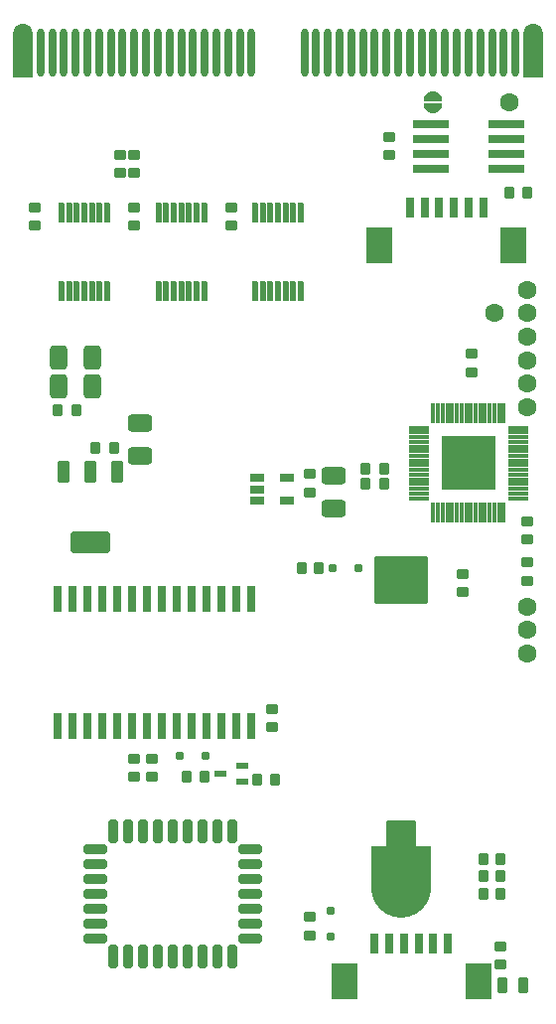
<source format=gbr>
G04 DipTrace 4.3.0.5*
G04 TopMask.gbr*
%MOIN*%
G04 #@! TF.FileFunction,Soldermask,Top*
G04 #@! TF.Part,Single*
%AMOUTLINE1*
4,1,28,
-0.041468,0.080709,
0.041468,0.080709,
0.04389,0.08039,
0.046268,0.079405,
0.04831,0.077838,
0.049877,0.075796,
0.050862,0.073418,
0.051181,0.070995,
0.051181,-0.070995,
0.050862,-0.073418,
0.049877,-0.075796,
0.04831,-0.077838,
0.046268,-0.079405,
0.04389,-0.08039,
0.041468,-0.080709,
-0.041468,-0.080709,
-0.04389,-0.08039,
-0.046268,-0.079405,
-0.04831,-0.077838,
-0.049877,-0.075796,
-0.050862,-0.073418,
-0.051181,-0.070995,
-0.051181,0.070995,
-0.050862,0.073418,
-0.049877,0.075796,
-0.04831,0.077838,
-0.046268,0.079405,
-0.04389,0.08039,
-0.041468,0.080709,
0*%
%AMOUTLINE4*
4,1,28,
-0.080838,0.080709,
0.080838,0.080709,
0.08326,0.08039,
0.085638,0.079405,
0.08768,0.077838,
0.089247,0.075796,
0.090232,0.073418,
0.090551,0.070995,
0.090551,-0.070995,
0.090232,-0.073418,
0.089247,-0.075796,
0.08768,-0.077838,
0.085638,-0.079405,
0.08326,-0.08039,
0.080838,-0.080709,
-0.080838,-0.080709,
-0.08326,-0.08039,
-0.085638,-0.079405,
-0.08768,-0.077838,
-0.089247,-0.075796,
-0.090232,-0.073418,
-0.090551,-0.070995,
-0.090551,0.070995,
-0.090232,0.073418,
-0.089247,0.075796,
-0.08768,0.077838,
-0.085638,0.079405,
-0.08326,0.08039,
-0.080838,0.080709,
0*%
%AMOUTLINE7*
4,1,28,
0.020276,0.007609,
0.020276,-0.007609,
0.01997,-0.00993,
0.019024,-0.012213,
0.01752,-0.014174,
0.01556,-0.015678,
0.013277,-0.016624,
0.010956,-0.016929,
-0.010956,-0.016929,
-0.013277,-0.016624,
-0.01556,-0.015678,
-0.01752,-0.014174,
-0.019024,-0.012213,
-0.01997,-0.00993,
-0.020276,-0.007609,
-0.020276,0.007609,
-0.01997,0.00993,
-0.019024,0.012213,
-0.01752,0.014174,
-0.01556,0.015678,
-0.013277,0.016624,
-0.010956,0.016929,
0.010956,0.016929,
0.013277,0.016624,
0.01556,0.015678,
0.01752,0.014174,
0.019024,0.012213,
0.01997,0.00993,
0.020276,0.007609,
0*%
%AMOUTLINE10*
4,1,28,
-0.020276,-0.007609,
-0.020276,0.007609,
-0.01997,0.00993,
-0.019024,0.012213,
-0.01752,0.014174,
-0.01556,0.015678,
-0.013277,0.016624,
-0.010956,0.016929,
0.010956,0.016929,
0.013277,0.016624,
0.01556,0.015678,
0.01752,0.014174,
0.019024,0.012213,
0.01997,0.00993,
0.020276,0.007609,
0.020276,-0.007609,
0.01997,-0.00993,
0.019024,-0.012213,
0.01752,-0.014174,
0.01556,-0.015678,
0.013277,-0.016624,
0.010956,-0.016929,
-0.010956,-0.016929,
-0.013277,-0.016624,
-0.01556,-0.015678,
-0.01752,-0.014174,
-0.019024,-0.012213,
-0.01997,-0.00993,
-0.020276,-0.007609,
0*%
%AMOUTLINE13*
4,1,28,
0.017255,-0.039567,
-0.017255,-0.039567,
-0.020187,-0.039181,
-0.02304,-0.037999,
-0.02549,-0.03612,
-0.027369,-0.03367,
-0.028551,-0.030817,
-0.028937,-0.027885,
-0.028937,0.027885,
-0.028551,0.030817,
-0.027369,0.03367,
-0.02549,0.03612,
-0.02304,0.037999,
-0.020187,0.039181,
-0.017255,0.039567,
0.017255,0.039567,
0.020187,0.039181,
0.02304,0.037999,
0.02549,0.03612,
0.027369,0.03367,
0.028551,0.030817,
0.028937,0.027885,
0.028937,-0.027885,
0.028551,-0.030817,
0.027369,-0.03367,
0.02549,-0.03612,
0.02304,-0.037999,
0.020187,-0.039181,
0.017255,-0.039567,
0*%
%AMOUTLINE16*
4,1,28,
-0.017255,0.039567,
0.017255,0.039567,
0.020187,0.039181,
0.02304,0.037999,
0.02549,0.03612,
0.027369,0.03367,
0.028551,0.030817,
0.028937,0.027885,
0.028937,-0.027885,
0.028551,-0.030817,
0.027369,-0.03367,
0.02549,-0.03612,
0.02304,-0.037999,
0.020187,-0.039181,
0.017255,-0.039567,
-0.017255,-0.039567,
-0.020187,-0.039181,
-0.02304,-0.037999,
-0.02549,-0.03612,
-0.027369,-0.03367,
-0.028551,-0.030817,
-0.028937,-0.027885,
-0.028937,0.027885,
-0.028551,0.030817,
-0.027369,0.03367,
-0.02549,0.03612,
-0.02304,0.037999,
-0.020187,0.039181,
-0.017255,0.039567,
0*%
%AMOUTLINE19*
4,1,28,
0.007609,-0.020276,
-0.007609,-0.020276,
-0.00993,-0.01997,
-0.012213,-0.019024,
-0.014174,-0.01752,
-0.015678,-0.01556,
-0.016624,-0.013277,
-0.016929,-0.010956,
-0.016929,0.010956,
-0.016624,0.013277,
-0.015678,0.01556,
-0.014174,0.01752,
-0.012213,0.019024,
-0.00993,0.01997,
-0.007609,0.020276,
0.007609,0.020276,
0.00993,0.01997,
0.012213,0.019024,
0.014174,0.01752,
0.015678,0.01556,
0.016624,0.013277,
0.016929,0.010956,
0.016929,-0.010956,
0.016624,-0.013277,
0.015678,-0.01556,
0.014174,-0.01752,
0.012213,-0.019024,
0.00993,-0.01997,
0.007609,-0.020276,
0*%
%AMOUTLINE22*
4,1,28,
-0.007609,0.020276,
0.007609,0.020276,
0.00993,0.01997,
0.012213,0.019024,
0.014174,0.01752,
0.015678,0.01556,
0.016624,0.013277,
0.016929,0.010956,
0.016929,-0.010956,
0.016624,-0.013277,
0.015678,-0.01556,
0.014174,-0.01752,
0.012213,-0.019024,
0.00993,-0.01997,
0.007609,-0.020276,
-0.007609,-0.020276,
-0.00993,-0.01997,
-0.012213,-0.019024,
-0.014174,-0.01752,
-0.015678,-0.01556,
-0.016624,-0.013277,
-0.016929,-0.010956,
-0.016929,0.010956,
-0.016624,0.013277,
-0.015678,0.01556,
-0.014174,0.01752,
-0.012213,0.019024,
-0.00993,0.01997,
-0.007609,0.020276,
0*%
%AMOUTLINE25*
4,1,28,
0.039566,0.017256,
0.039567,-0.017254,
0.039181,-0.020186,
0.038,-0.023039,
0.03612,-0.025489,
0.033671,-0.027368,
0.030818,-0.02855,
0.027886,-0.028936,
-0.027884,-0.028938,
-0.030816,-0.028552,
-0.033669,-0.02737,
-0.036119,-0.025491,
-0.037999,-0.023041,
-0.03918,-0.020188,
-0.039566,-0.017256,
-0.039567,0.017254,
-0.039181,0.020186,
-0.038,0.023039,
-0.03612,0.025489,
-0.033671,0.027368,
-0.030818,0.02855,
-0.027886,0.028936,
0.027884,0.028938,
0.030816,0.028552,
0.033669,0.02737,
0.036119,0.025491,
0.037999,0.023041,
0.03918,0.020188,
0.039566,0.017256,
0*%
%AMOUTLINE28*
4,1,28,
-0.039566,-0.017256,
-0.039567,0.017254,
-0.039181,0.020186,
-0.038,0.023039,
-0.03612,0.025489,
-0.033671,0.027368,
-0.030818,0.02855,
-0.027886,0.028936,
0.027884,0.028938,
0.030816,0.028552,
0.033669,0.02737,
0.036119,0.025491,
0.037999,0.023041,
0.03918,0.020188,
0.039566,0.017256,
0.039567,-0.017254,
0.039181,-0.020186,
0.038,-0.023039,
0.03612,-0.025489,
0.033671,-0.027368,
0.030818,-0.02855,
0.027886,-0.028936,
-0.027884,-0.028938,
-0.030816,-0.028552,
-0.033669,-0.02737,
-0.036119,-0.025491,
-0.037999,-0.023041,
-0.03918,-0.020188,
-0.039566,-0.017256,
0*%
%AMOUTLINE31*
4,1,28,
0.01378,0.006035,
0.01378,-0.006035,
0.013528,-0.007948,
0.012739,-0.009851,
0.011485,-0.011485,
0.009851,-0.012739,
0.007948,-0.013528,
0.006035,-0.01378,
-0.006035,-0.01378,
-0.007948,-0.013528,
-0.009851,-0.012739,
-0.011485,-0.011485,
-0.012739,-0.009851,
-0.013528,-0.007948,
-0.01378,-0.006035,
-0.01378,0.006035,
-0.013528,0.007948,
-0.012739,0.009851,
-0.011485,0.011485,
-0.009851,0.012739,
-0.007948,0.013528,
-0.006035,0.01378,
0.006035,0.01378,
0.007948,0.013528,
0.009851,0.012739,
0.011485,0.011485,
0.012739,0.009851,
0.013528,0.007948,
0.01378,0.006035,
0*%
%AMOUTLINE34*
4,1,28,
-0.01378,-0.006035,
-0.01378,0.006035,
-0.013528,0.007948,
-0.012739,0.009851,
-0.011485,0.011485,
-0.009851,0.012739,
-0.007948,0.013528,
-0.006035,0.01378,
0.006035,0.01378,
0.007948,0.013528,
0.009851,0.012739,
0.011485,0.011485,
0.012739,0.009851,
0.013528,0.007948,
0.01378,0.006035,
0.01378,-0.006035,
0.013528,-0.007948,
0.012739,-0.009851,
0.011485,-0.011485,
0.009851,-0.012739,
0.007948,-0.013528,
0.006035,-0.01378,
-0.006035,-0.01378,
-0.007948,-0.013528,
-0.009851,-0.012739,
-0.011485,-0.011485,
-0.012739,-0.009851,
-0.013528,-0.007948,
-0.01378,-0.006035,
0*%
%AMOUTLINE37*
4,1,28,
-0.006035,0.013779,
0.006034,0.01378,
0.007947,0.013528,
0.009851,0.01274,
0.011485,0.011486,
0.012739,0.009851,
0.013527,0.007948,
0.013779,0.006035,
0.01378,-0.006034,
0.013528,-0.007947,
0.01274,-0.009851,
0.011486,-0.011485,
0.009851,-0.012739,
0.007948,-0.013527,
0.006035,-0.013779,
-0.006034,-0.01378,
-0.007947,-0.013528,
-0.009851,-0.01274,
-0.011485,-0.011486,
-0.012739,-0.009851,
-0.013527,-0.007948,
-0.013779,-0.006035,
-0.01378,0.006034,
-0.013528,0.007947,
-0.01274,0.009851,
-0.011486,0.011485,
-0.009851,0.012739,
-0.007948,0.013527,
-0.006035,0.013779,
0*%
%AMOUTLINE40*
4,1,28,
0.006035,-0.013779,
-0.006034,-0.01378,
-0.007947,-0.013528,
-0.009851,-0.01274,
-0.011485,-0.011486,
-0.012739,-0.009851,
-0.013527,-0.007948,
-0.013779,-0.006035,
-0.01378,0.006034,
-0.013528,0.007947,
-0.01274,0.009851,
-0.011486,0.011485,
-0.009851,0.012739,
-0.007948,0.013527,
-0.006035,0.013779,
0.006034,0.01378,
0.007947,0.013528,
0.009851,0.01274,
0.011485,0.011486,
0.012739,0.009851,
0.013527,0.007948,
0.013779,0.006035,
0.01378,-0.006034,
0.013528,-0.007947,
0.01274,-0.009851,
0.011486,-0.011485,
0.009851,-0.012739,
0.007948,-0.013527,
0.006035,-0.013779,
0*%
%AMOUTLINE43*
4,1,28,
0.00761,-0.027165,
-0.007609,-0.027166,
-0.00993,-0.02686,
-0.012213,-0.025914,
-0.014173,-0.02441,
-0.015677,-0.02245,
-0.016623,-0.020167,
-0.016929,-0.017846,
-0.01693,0.017845,
-0.016624,0.020166,
-0.015678,0.022449,
-0.014174,0.02441,
-0.012214,0.025914,
-0.009931,0.02686,
-0.00761,0.027165,
0.007609,0.027166,
0.00993,0.02686,
0.012213,0.025914,
0.014173,0.02441,
0.015677,0.02245,
0.016623,0.020167,
0.016929,0.017846,
0.01693,-0.017845,
0.016624,-0.020166,
0.015678,-0.022449,
0.014174,-0.02441,
0.012214,-0.025914,
0.009931,-0.02686,
0.00761,-0.027165,
0*%
%AMOUTLINE46*
4,1,28,
-0.00761,0.027165,
0.007609,0.027166,
0.00993,0.02686,
0.012213,0.025914,
0.014173,0.02441,
0.015677,0.02245,
0.016623,0.020167,
0.016929,0.017846,
0.01693,-0.017845,
0.016624,-0.020166,
0.015678,-0.022449,
0.014174,-0.02441,
0.012214,-0.025914,
0.009931,-0.02686,
0.00761,-0.027165,
-0.007609,-0.027166,
-0.00993,-0.02686,
-0.012213,-0.025914,
-0.014173,-0.02441,
-0.015677,-0.02245,
-0.016623,-0.020167,
-0.016929,-0.017846,
-0.01693,0.017845,
-0.016624,0.020166,
-0.015678,0.022449,
-0.014174,0.02441,
-0.012214,0.025914,
-0.009931,0.02686,
-0.00761,0.027165,
0*%
%AMOUTLINE49*
4,1,15,
0.03248,-0.090551,
-0.03248,-0.090551,
-0.03248,0.0582,
-0.03139,0.066482,
-0.028143,0.07432,
-0.022979,0.08105,
-0.016249,0.086214,
-0.008411,0.089461,
0.0,0.090568,
0.008411,0.089461,
0.016249,0.086214,
0.022979,0.08105,
0.028143,0.07432,
0.03139,0.066482,
0.03248,0.0582,
0.03248,-0.090551,
0*%
%AMOUTLINE52*
4,1,28,
-0.039567,-0.006822,
-0.039567,0.006822,
-0.039275,0.009041,
-0.038368,0.011229,
-0.036927,0.013108,
-0.035048,0.01455,
-0.03286,0.015456,
-0.030641,0.015748,
0.030641,0.015748,
0.03286,0.015456,
0.035048,0.01455,
0.036927,0.013108,
0.038368,0.011229,
0.039275,0.009041,
0.039567,0.006822,
0.039567,-0.006822,
0.039275,-0.009041,
0.038368,-0.011229,
0.036927,-0.013108,
0.035048,-0.01455,
0.03286,-0.015456,
0.030641,-0.015748,
-0.030641,-0.015748,
-0.03286,-0.015456,
-0.035048,-0.01455,
-0.036927,-0.013108,
-0.038368,-0.011229,
-0.039275,-0.009041,
-0.039567,-0.006822,
0*%
%AMOUTLINE55*
4,1,28,
0.006822,-0.039567,
-0.006822,-0.039567,
-0.009041,-0.039275,
-0.011229,-0.038368,
-0.013108,-0.036927,
-0.01455,-0.035048,
-0.015456,-0.03286,
-0.015748,-0.030641,
-0.015748,0.030641,
-0.015456,0.03286,
-0.01455,0.035048,
-0.013108,0.036927,
-0.011229,0.038368,
-0.009041,0.039275,
-0.006822,0.039567,
0.006822,0.039567,
0.009041,0.039275,
0.011229,0.038368,
0.013108,0.036927,
0.01455,0.035048,
0.015456,0.03286,
0.015748,0.030641,
0.015748,-0.030641,
0.015456,-0.03286,
0.01455,-0.035048,
0.013108,-0.036927,
0.011229,-0.038368,
0.009041,-0.039275,
0.006822,-0.039567,
0*%
%AMOUTLINE58*
4,1,28,
0.039567,0.006822,
0.039567,-0.006822,
0.039275,-0.009041,
0.038368,-0.011229,
0.036927,-0.013108,
0.035048,-0.01455,
0.03286,-0.015456,
0.030641,-0.015748,
-0.030641,-0.015748,
-0.03286,-0.015456,
-0.035048,-0.01455,
-0.036927,-0.013108,
-0.038368,-0.011229,
-0.039275,-0.009041,
-0.039567,-0.006822,
-0.039567,0.006822,
-0.039275,0.009041,
-0.038368,0.011229,
-0.036927,0.013108,
-0.035048,0.01455,
-0.03286,0.015456,
-0.030641,0.015748,
0.030641,0.015748,
0.03286,0.015456,
0.035048,0.01455,
0.036927,0.013108,
0.038368,0.011229,
0.039275,0.009041,
0.039567,0.006822,
0*%
%AMOUTLINE61*
4,1,28,
-0.006822,0.039567,
0.006822,0.039567,
0.009041,0.039275,
0.011229,0.038368,
0.013108,0.036927,
0.01455,0.035048,
0.015456,0.03286,
0.015748,0.030641,
0.015748,-0.030641,
0.015456,-0.03286,
0.01455,-0.035048,
0.013108,-0.036927,
0.011229,-0.038368,
0.009041,-0.039275,
0.006822,-0.039567,
-0.006822,-0.039567,
-0.009041,-0.039275,
-0.011229,-0.038368,
-0.013108,-0.036927,
-0.01455,-0.035048,
-0.015456,-0.03286,
-0.015748,-0.030641,
-0.015748,0.030641,
-0.015456,0.03286,
-0.01455,0.035048,
-0.013108,0.036927,
-0.011229,0.038368,
-0.009041,0.039275,
-0.006822,0.039567,
0*%
%AMOUTLINE64*
4,1,13,
0.031772,-0.016732,
-0.031772,-0.016732,
-0.030439,-0.006608,
-0.027291,0.000993,
-0.022283,0.007519,
-0.015757,0.012527,
-0.008156,0.015675,
0.0,0.016749,
0.008156,0.015675,
0.015757,0.012527,
0.022283,0.007519,
0.027291,0.000993,
0.030439,-0.006608,
0.031772,-0.016732,
0*%
%AMOUTLINE67*
4,1,15,
-0.100394,0.120079,
0.100394,0.120079,
0.100394,-0.019814,
0.096989,-0.045673,
0.086958,-0.06989,
0.071001,-0.090686,
0.050205,-0.106643,
0.025988,-0.116674,
0.0,-0.120096,
-0.025988,-0.116674,
-0.050205,-0.106643,
-0.071001,-0.090686,
-0.086958,-0.06989,
-0.096989,-0.045673,
-0.100394,-0.019814,
-0.100394,0.120079,
0*%
%AMOUTLINE70*
4,1,13,
-0.031772,0.016732,
0.031772,0.016732,
0.030439,0.006608,
0.027291,-0.000993,
0.022283,-0.007519,
0.015757,-0.012527,
0.008156,-0.015675,
0.0,-0.016749,
-0.008156,-0.015675,
-0.015757,-0.012527,
-0.022283,-0.007519,
-0.027291,-0.000993,
-0.030439,0.006608,
-0.031772,0.016732,
0*%
%AMOUTLINE73*
4,1,28,
-0.019488,-0.00505,
-0.019488,0.00505,
-0.019277,0.006658,
-0.018606,0.008276,
-0.01754,0.009666,
-0.01615,0.010732,
-0.014532,0.011403,
-0.012924,0.011614,
0.012924,0.011614,
0.014532,0.011403,
0.01615,0.010732,
0.01754,0.009666,
0.018606,0.008276,
0.019277,0.006658,
0.019488,0.00505,
0.019488,-0.00505,
0.019277,-0.006658,
0.018606,-0.008276,
0.01754,-0.009666,
0.01615,-0.010732,
0.014532,-0.011403,
0.012924,-0.011614,
-0.012924,-0.011614,
-0.014532,-0.011403,
-0.01615,-0.010732,
-0.01754,-0.009666,
-0.018606,-0.008276,
-0.019277,-0.006658,
-0.019488,-0.00505,
0*%
%AMOUTLINE76*
4,1,28,
0.019488,0.00505,
0.019488,-0.00505,
0.019277,-0.006658,
0.018606,-0.008276,
0.01754,-0.009666,
0.01615,-0.010732,
0.014532,-0.011403,
0.012924,-0.011614,
-0.012924,-0.011614,
-0.014532,-0.011403,
-0.01615,-0.010732,
-0.01754,-0.009666,
-0.018606,-0.008276,
-0.019277,-0.006658,
-0.019488,-0.00505,
-0.019488,0.00505,
-0.019277,0.006658,
-0.018606,0.008276,
-0.01754,0.009666,
-0.01615,0.010732,
-0.014532,0.011403,
-0.012924,0.011614,
0.012924,0.011614,
0.014532,0.011403,
0.01615,0.010732,
0.01754,0.009666,
0.018606,0.008276,
0.019277,0.006658,
0.019488,0.00505,
0*%
%AMOUTLINE79*
4,1,28,
0.008003,-0.020275,
-0.008003,-0.020276,
-0.010527,-0.019943,
-0.013,-0.018919,
-0.015124,-0.01729,
-0.016753,-0.015166,
-0.017778,-0.012693,
-0.01811,-0.010169,
-0.01811,0.010168,
-0.017778,0.012693,
-0.016754,0.015166,
-0.015125,0.017289,
-0.013001,0.018919,
-0.010528,0.019943,
-0.008003,0.020275,
0.008003,0.020276,
0.010527,0.019943,
0.013,0.018919,
0.015124,0.01729,
0.016753,0.015166,
0.017778,0.012693,
0.01811,0.010169,
0.01811,-0.010168,
0.017778,-0.012693,
0.016754,-0.015166,
0.015125,-0.017289,
0.013001,-0.018919,
0.010528,-0.019943,
0.008003,-0.020275,
0*%
%AMOUTLINE82*
4,1,28,
-0.008003,0.020275,
0.008003,0.020276,
0.010527,0.019943,
0.013,0.018919,
0.015124,0.01729,
0.016753,0.015166,
0.017778,0.012693,
0.01811,0.010169,
0.01811,-0.010168,
0.017778,-0.012693,
0.016754,-0.015166,
0.015125,-0.017289,
0.013001,-0.018919,
0.010528,-0.019943,
0.008003,-0.020275,
-0.008003,-0.020276,
-0.010527,-0.019943,
-0.013,-0.018919,
-0.015124,-0.01729,
-0.016753,-0.015166,
-0.017778,-0.012693,
-0.01811,-0.010169,
-0.01811,0.010168,
-0.017778,0.012693,
-0.016754,0.015166,
-0.015125,0.017289,
-0.013001,0.018919,
-0.010528,0.019943,
-0.008003,0.020275,
0*%
%AMOUTLINE85*
4,1,28,
0.020275,0.008004,
0.020276,-0.008002,
0.019944,-0.010527,
0.018919,-0.013,
0.01729,-0.015123,
0.015167,-0.016753,
0.012694,-0.017777,
0.010169,-0.01811,
-0.010168,-0.018111,
-0.012692,-0.017778,
-0.015165,-0.016754,
-0.017289,-0.015125,
-0.018918,-0.013001,
-0.019943,-0.010529,
-0.020275,-0.008004,
-0.020276,0.008002,
-0.019944,0.010527,
-0.018919,0.013,
-0.01729,0.015123,
-0.015167,0.016753,
-0.012694,0.017777,
-0.010169,0.01811,
0.010168,0.018111,
0.012692,0.017778,
0.015165,0.016754,
0.017289,0.015125,
0.018918,0.013001,
0.019943,0.010529,
0.020275,0.008004,
0*%
%AMOUTLINE88*
4,1,28,
-0.020275,-0.008004,
-0.020276,0.008002,
-0.019944,0.010527,
-0.018919,0.013,
-0.01729,0.015123,
-0.015167,0.016753,
-0.012694,0.017777,
-0.010169,0.01811,
0.010168,0.018111,
0.012692,0.017778,
0.015165,0.016754,
0.017289,0.015125,
0.018918,0.013001,
0.019943,0.010529,
0.020275,0.008004,
0.020276,-0.008002,
0.019944,-0.010527,
0.018919,-0.013,
0.01729,-0.015123,
0.015167,-0.016753,
0.012694,-0.017777,
0.010169,-0.01811,
-0.010168,-0.018111,
-0.012692,-0.017778,
-0.015165,-0.016754,
-0.017289,-0.015125,
-0.018918,-0.013001,
-0.019943,-0.010529,
-0.020275,-0.008004,
0*%
%AMOUTLINE91*
4,1,28,
0.006428,-0.044685,
-0.006428,-0.044685,
-0.008545,-0.044406,
-0.010638,-0.043539,
-0.012436,-0.04216,
-0.013815,-0.040363,
-0.014682,-0.03827,
-0.014961,-0.036153,
-0.014961,0.036153,
-0.014682,0.03827,
-0.013815,0.040363,
-0.012436,0.04216,
-0.010638,0.043539,
-0.008545,0.044406,
-0.006428,0.044685,
0.006428,0.044685,
0.008545,0.044406,
0.010638,0.043539,
0.012436,0.04216,
0.013815,0.040363,
0.014682,0.03827,
0.014961,0.036153,
0.014961,-0.036153,
0.014682,-0.03827,
0.013815,-0.040363,
0.012436,-0.04216,
0.010638,-0.043539,
0.008545,-0.044406,
0.006428,-0.044685,
0*%
%AMOUTLINE94*
4,1,28,
-0.006428,0.044685,
0.006428,0.044685,
0.008545,0.044406,
0.010638,0.043539,
0.012436,0.04216,
0.013815,0.040363,
0.014682,0.03827,
0.014961,0.036153,
0.014961,-0.036153,
0.014682,-0.03827,
0.013815,-0.040363,
0.012436,-0.04216,
0.010638,-0.043539,
0.008545,-0.044406,
0.006428,-0.044685,
-0.006428,-0.044685,
-0.008545,-0.044406,
-0.010638,-0.043539,
-0.012436,-0.04216,
-0.013815,-0.040363,
-0.014682,-0.03827,
-0.014961,-0.036153,
-0.014961,0.036153,
-0.014682,0.03827,
-0.013815,0.040363,
-0.012436,0.04216,
-0.010638,0.043539,
-0.008545,0.044406,
-0.006428,0.044685,
0*%
%AMOUTLINE97*
4,1,28,
0.009775,-0.037598,
-0.009775,-0.037598,
-0.012707,-0.037212,
-0.01556,-0.036031,
-0.018009,-0.034151,
-0.019889,-0.031701,
-0.021071,-0.028849,
-0.021457,-0.025916,
-0.021457,0.025916,
-0.021071,0.028849,
-0.019889,0.031701,
-0.018009,0.034151,
-0.01556,0.036031,
-0.012707,0.037212,
-0.009775,0.037598,
0.009775,0.037598,
0.012707,0.037212,
0.01556,0.036031,
0.018009,0.034151,
0.019889,0.031701,
0.021071,0.028849,
0.021457,0.025916,
0.021457,-0.025916,
0.021071,-0.028849,
0.019889,-0.031701,
0.018009,-0.034151,
0.01556,-0.036031,
0.012707,-0.037212,
0.009775,-0.037598,
0*%
%AMOUTLINE100*
4,1,28,
-0.054263,0.037598,
0.054263,0.037598,
0.057195,0.037212,
0.060048,0.036031,
0.062498,0.034151,
0.064377,0.031701,
0.065559,0.028849,
0.065945,0.025916,
0.065945,-0.025916,
0.065559,-0.028849,
0.064377,-0.031701,
0.062498,-0.034151,
0.060048,-0.036031,
0.057195,-0.037212,
0.054263,-0.037598,
-0.054263,-0.037598,
-0.057195,-0.037212,
-0.060048,-0.036031,
-0.062498,-0.034151,
-0.064377,-0.031701,
-0.065559,-0.028849,
-0.065945,-0.025916,
-0.065945,0.025916,
-0.065559,0.028849,
-0.064377,0.031701,
-0.062498,0.034151,
-0.060048,0.036031,
-0.057195,0.037212,
-0.054263,0.037598,
0*%
%AMOUTLINE103*
4,1,28,
0.024409,0.006035,
0.024409,-0.006035,
0.024158,-0.007948,
0.023369,-0.009851,
0.022115,-0.011485,
0.020481,-0.012739,
0.018578,-0.013528,
0.016664,-0.01378,
-0.016664,-0.01378,
-0.018578,-0.013528,
-0.020481,-0.012739,
-0.022115,-0.011485,
-0.023369,-0.009851,
-0.024158,-0.007948,
-0.024409,-0.006035,
-0.024409,0.006035,
-0.024158,0.007948,
-0.023369,0.009851,
-0.022115,0.011485,
-0.020481,0.012739,
-0.018578,0.013528,
-0.016664,0.01378,
0.016664,0.01378,
0.018578,0.013528,
0.020481,0.012739,
0.022115,0.011485,
0.023369,0.009851,
0.024158,0.007948,
0.024409,0.006035,
0*%
%AMOUTLINE106*
4,1,28,
-0.024409,-0.006035,
-0.024409,0.006035,
-0.024158,0.007948,
-0.023369,0.009851,
-0.022115,0.011485,
-0.020481,0.012739,
-0.018578,0.013528,
-0.016664,0.01378,
0.016664,0.01378,
0.018578,0.013528,
0.020481,0.012739,
0.022115,0.011485,
0.023369,0.009851,
0.024158,0.007948,
0.024409,0.006035,
0.024409,-0.006035,
0.024158,-0.007948,
0.023369,-0.009851,
0.022115,-0.011485,
0.020481,-0.012739,
0.018578,-0.013528,
0.016664,-0.01378,
-0.016664,-0.01378,
-0.018578,-0.013528,
-0.020481,-0.012739,
-0.022115,-0.011485,
-0.023369,-0.009851,
-0.024158,-0.007948,
-0.024409,-0.006035,
0*%
%AMOUTLINE109*
4,1,28,
0.00446,-0.033071,
-0.00446,-0.033071,
-0.006067,-0.032859,
-0.007686,-0.032189,
-0.009075,-0.031123,
-0.010142,-0.029733,
-0.010812,-0.028115,
-0.011024,-0.026507,
-0.011024,0.026507,
-0.010812,0.028115,
-0.010142,0.029733,
-0.009075,0.031123,
-0.007686,0.032189,
-0.006067,0.032859,
-0.00446,0.033071,
0.00446,0.033071,
0.006067,0.032859,
0.007686,0.032189,
0.009075,0.031123,
0.010142,0.029733,
0.010812,0.028115,
0.011024,0.026507,
0.011024,-0.026507,
0.010812,-0.028115,
0.010142,-0.029733,
0.009075,-0.031123,
0.007686,-0.032189,
0.006067,-0.032859,
0.00446,-0.033071,
0*%
%AMOUTLINE112*
4,1,28,
-0.00446,0.033071,
0.00446,0.033071,
0.006067,0.032859,
0.007686,0.032189,
0.009075,0.031123,
0.010142,0.029733,
0.010812,0.028115,
0.011024,0.026507,
0.011024,-0.026507,
0.010812,-0.028115,
0.010142,-0.029733,
0.009075,-0.031123,
0.007686,-0.032189,
0.006067,-0.032859,
0.00446,-0.033071,
-0.00446,-0.033071,
-0.006067,-0.032859,
-0.007686,-0.032189,
-0.009075,-0.031123,
-0.010142,-0.029733,
-0.010812,-0.028115,
-0.011024,-0.026507,
-0.011024,0.026507,
-0.010812,0.028115,
-0.010142,0.029733,
-0.009075,0.031123,
-0.007686,0.032189,
-0.006067,0.032859,
-0.00446,0.033071,
0*%
%AMOUTLINE115*
4,1,28,
0.061023,0.006036,
0.061024,-0.006033,
0.060772,-0.007947,
0.059984,-0.00985,
0.05873,-0.011484,
0.057095,-0.012738,
0.055192,-0.013526,
0.053279,-0.013778,
-0.053278,-0.013781,
-0.055192,-0.013529,
-0.057095,-0.012741,
-0.058729,-0.011487,
-0.059983,-0.009852,
-0.060772,-0.007949,
-0.061023,-0.006036,
-0.061024,0.006033,
-0.060772,0.007947,
-0.059984,0.00985,
-0.05873,0.011484,
-0.057095,0.012738,
-0.055192,0.013526,
-0.053279,0.013778,
0.053278,0.013781,
0.055192,0.013529,
0.057095,0.012741,
0.058729,0.011487,
0.059983,0.009852,
0.060772,0.007949,
0.061023,0.006036,
0*%
%AMOUTLINE118*
4,1,28,
-0.061023,-0.006036,
-0.061024,0.006033,
-0.060772,0.007947,
-0.059984,0.00985,
-0.05873,0.011484,
-0.057095,0.012738,
-0.055192,0.013526,
-0.053279,0.013778,
0.053278,0.013781,
0.055192,0.013529,
0.057095,0.012741,
0.058729,0.011487,
0.059983,0.009852,
0.060772,0.007949,
0.061023,0.006036,
0.061024,-0.006033,
0.060772,-0.007947,
0.059984,-0.00985,
0.05873,-0.011484,
0.057095,-0.012738,
0.055192,-0.013526,
0.053279,-0.013778,
-0.053278,-0.013781,
-0.055192,-0.013529,
-0.057095,-0.012741,
-0.058729,-0.011487,
-0.059983,-0.009852,
-0.060772,-0.007949,
-0.061023,-0.006036,
0*%
%ADD30R,0.181102X0.181102*%
%ADD32R,0.011811X0.066929*%
%ADD34R,0.066929X0.011811*%
%ADD36C,0.062992*%
%ADD38R,0.086614X0.122047*%
%ADD40R,0.027559X0.070866*%
%ADD42O,0.025591X0.161417*%
%ADD52OUTLINE1*%
%ADD55OUTLINE4*%
%ADD58OUTLINE7*%
%ADD61OUTLINE10*%
%ADD64OUTLINE13*%
%ADD67OUTLINE16*%
%ADD70OUTLINE19*%
%ADD73OUTLINE22*%
%ADD76OUTLINE25*%
%ADD79OUTLINE28*%
%ADD82OUTLINE31*%
%ADD85OUTLINE34*%
%ADD88OUTLINE37*%
%ADD91OUTLINE40*%
%ADD94OUTLINE43*%
%ADD97OUTLINE46*%
%ADD100OUTLINE49*%
%ADD103OUTLINE52*%
%ADD106OUTLINE55*%
%ADD109OUTLINE58*%
%ADD112OUTLINE61*%
%ADD115OUTLINE64*%
%ADD118OUTLINE67*%
%ADD121OUTLINE70*%
%ADD124OUTLINE73*%
%ADD127OUTLINE76*%
%ADD130OUTLINE79*%
%ADD133OUTLINE82*%
%ADD136OUTLINE85*%
%ADD139OUTLINE88*%
%ADD142OUTLINE91*%
%ADD145OUTLINE94*%
%ADD148OUTLINE97*%
%ADD151OUTLINE100*%
%ADD154OUTLINE103*%
%ADD157OUTLINE106*%
%ADD160OUTLINE109*%
%ADD163OUTLINE112*%
%ADD166OUTLINE115*%
%ADD169OUTLINE118*%
%FSLAX26Y26*%
G04*
G70*
G90*
G75*
G01*
G04 TopMask*
%LPD*%
D52*
X1870079Y1279528D3*
D55*
Y2165354D3*
D58*
X1437008Y1733661D3*
D61*
Y1671850D3*
D64*
X833661Y2814961D3*
D67*
X721457D3*
D64*
X833661Y2913386D3*
D67*
X721457D3*
D70*
X778937Y2736220D3*
D73*
X717126D3*
D76*
X994093Y2693898D3*
D79*
X994096Y2581693D3*
D70*
X906890Y2608268D3*
D73*
X845079D3*
D79*
X1643701Y2404528D3*
D76*
Y2516732D3*
D61*
X1564961Y2459252D3*
D58*
Y2521063D3*
D61*
X2293308Y2163976D3*
D58*
X2293307Y2225787D3*
D73*
X1750591Y2490157D3*
D70*
X1812402D3*
D61*
X2293308Y2301772D3*
D58*
X2293307Y2363583D3*
D73*
X1750591Y2539370D3*
D70*
X1812402D3*
D61*
X2076772Y2124606D3*
D58*
Y2186417D3*
X2106299Y2924606D3*
D61*
Y2862795D3*
X1299213Y3354921D3*
D58*
Y3416732D3*
D61*
X974409Y3354921D3*
D58*
Y3416732D3*
D61*
X639764Y3354921D3*
D58*
Y3416732D3*
D73*
X2232874Y3464566D3*
D70*
X2294685Y3464568D3*
D58*
X1564961Y1034843D3*
D61*
Y973031D3*
X925197Y3532087D3*
D58*
X925196Y3593898D3*
D61*
X974410Y1504528D3*
D58*
X974409Y1566339D3*
D82*
X1633858Y1057087D3*
D85*
Y970472D3*
D88*
X1639764Y2204723D3*
D91*
X1726378Y2204726D3*
D88*
X1127953Y1574802D3*
D91*
X1214567Y1574805D3*
D94*
X2278937Y807087D3*
D97*
X2209252Y807086D3*
D100*
X600394Y3941929D3*
D42*
X620079Y3937008D3*
X659449D3*
X698819D3*
X738189D3*
X777559D3*
X816929D3*
X856299D3*
X895669D3*
X935039D3*
X974409D3*
X1013780D3*
X1053150D3*
X1092520D3*
X1131890D3*
X1171260D3*
X1210630D3*
X1250000D3*
X1289370D3*
X1328740D3*
X1368110D3*
X1545276D3*
X1584646D3*
X1624016D3*
X1663386D3*
X1702756D3*
X1742126D3*
X1781496D3*
X1820866D3*
X1860236D3*
X1899606D3*
X1938976D3*
X1978346D3*
X2017717D3*
X2057087D3*
X2096457D3*
X2135827D3*
X2175197D3*
X2214567D3*
X2253937D3*
X2293307D3*
D100*
X2312992Y3941929D3*
D103*
X1362205Y1112205D3*
Y1162205D3*
Y1212205D3*
Y1262205D3*
D106*
X1302362Y1322047D3*
X1252362D3*
X1202362D3*
X1152362D3*
X1102362D3*
X1052362D3*
X1002362D3*
X952362D3*
X902362D3*
D109*
X842520Y1262205D3*
Y1212205D3*
Y1162205D3*
Y1112205D3*
Y1062205D3*
Y1012205D3*
Y962205D3*
D112*
X902362Y902362D3*
X952362D3*
X1002362D3*
X1052362D3*
X1102362D3*
X1152362D3*
X1202362D3*
X1252362D3*
X1302362D3*
D103*
X1362205Y962205D3*
Y1012205D3*
Y1062205D3*
D40*
X1781496Y944882D3*
X1830709D3*
D38*
X1679134Y818898D3*
X2129921D3*
D40*
X1879921Y944882D3*
X1929134D3*
X1978346D3*
X2027559D3*
X1899606Y3415354D3*
X1948819D3*
D38*
X1797244Y3289370D3*
X2248031D3*
D40*
X1998031Y3415354D3*
X2047244D3*
X2096457D3*
X2145669D3*
D115*
X1978346Y3789370D3*
D36*
X2293307Y2982283D3*
Y2903543D3*
Y2824803D3*
Y3139764D3*
X2185039Y3061024D3*
X2293307Y2746063D3*
Y1998031D3*
Y1919291D3*
D118*
X1870079Y1151575D3*
D36*
X2293307Y2076772D3*
D121*
X1978346Y3750000D3*
D36*
X2234252Y3769685D3*
X2293307Y3061024D3*
D124*
X1335630Y1490157D3*
Y1541339D3*
D127*
X1262795Y1515748D3*
D130*
X1594685Y2204725D3*
D133*
X1535236Y2204724D3*
X2145472Y1112205D3*
D130*
X2204921D3*
D133*
X2145472Y1171260D3*
D130*
X2204921D3*
D133*
X2145472Y1230315D3*
D130*
X2204921D3*
D136*
X974408Y3592717D3*
D139*
X974411Y3533268D3*
D136*
X1830708Y3651772D3*
D139*
X1830709Y3592323D3*
D133*
X1387598Y1496062D3*
D130*
X1447047Y1496064D3*
X1210827Y1505907D3*
D133*
X1151378Y1505904D3*
D136*
X1033464Y1565157D3*
D139*
X1033465Y1505709D3*
X2204725Y875787D3*
D136*
X2204724Y935236D3*
D34*
X1931102Y2677165D3*
Y2661417D3*
Y2645669D3*
Y2629921D3*
Y2614173D3*
Y2598425D3*
Y2582677D3*
Y2566929D3*
Y2551181D3*
Y2535433D3*
Y2519685D3*
Y2503937D3*
Y2488189D3*
Y2472441D3*
Y2456693D3*
Y2440945D3*
D32*
X1978346Y2393701D3*
X1994094D3*
X2009843D3*
X2025591D3*
X2041339D3*
X2057087D3*
X2072835D3*
X2088583D3*
X2104331D3*
X2120079D3*
X2135827D3*
X2151575D3*
X2167323D3*
X2183071D3*
X2198819D3*
X2214567D3*
D34*
X2261811Y2440945D3*
Y2456693D3*
Y2472441D3*
Y2488189D3*
Y2503937D3*
Y2519685D3*
Y2535433D3*
Y2551181D3*
Y2566929D3*
Y2582677D3*
Y2598425D3*
Y2614173D3*
Y2629921D3*
Y2645669D3*
Y2661417D3*
Y2677165D3*
D32*
X2214567Y2724409D3*
X2198819D3*
X2183071D3*
X2167323D3*
X2151575D3*
X2135827D3*
X2120079D3*
X2104331D3*
X2088583D3*
X2072835D3*
X2057087D3*
X2041339D3*
X2025591D3*
X2009843D3*
X1994094D3*
X1978346D3*
D30*
X2096457Y2559055D3*
D142*
X1368307Y2102165D3*
X1318307D3*
X1268307D3*
X1218307D3*
X1168307D3*
X1118307D3*
X1068307D3*
X1018307D3*
X968307D3*
X918307D3*
X868307D3*
X818307D3*
X768307D3*
X718307D3*
D145*
Y1677362D3*
X768307D3*
X818307D3*
X868307D3*
X918307D3*
X968307D3*
X1018307D3*
X1068307D3*
X1118307D3*
X1168307D3*
X1218307D3*
X1268307D3*
X1318307D3*
X1368307D3*
D148*
X917323Y2529724D3*
X826772D3*
X736220D3*
D151*
X826772Y2293110D3*
D154*
X1387992Y2507874D3*
Y2470472D3*
Y2433071D3*
D157*
X1486024D3*
Y2507874D3*
D160*
X883858Y3400591D3*
X858268D3*
X832677D3*
X807087D3*
X781496D3*
X755906D3*
X730315D3*
D163*
Y3134843D3*
X755906D3*
X781496D3*
X807087D3*
X832677D3*
X858268D3*
X883858D3*
D160*
X1208661Y3400591D3*
X1183071D3*
X1157480D3*
X1131890D3*
X1106299D3*
X1080709D3*
X1055118D3*
D163*
Y3134843D3*
X1080709D3*
X1106299D3*
X1131890D3*
X1157480D3*
X1183071D3*
X1208661D3*
D160*
X1533465Y3400591D3*
X1507874D3*
X1482283D3*
X1456693D3*
X1431102D3*
X1405512D3*
X1379921D3*
D163*
Y3134843D3*
X1405512D3*
X1431102D3*
X1456693D3*
X1482283D3*
X1507874D3*
X1533465D3*
D166*
X1970471Y3697044D3*
X1970472Y3647044D3*
X1970473Y3597044D3*
X1970474Y3547044D3*
D169*
X2222443Y3547050D3*
X2222441Y3597050D3*
X2222440Y3647050D3*
X2222439Y3697050D3*
M02*

</source>
